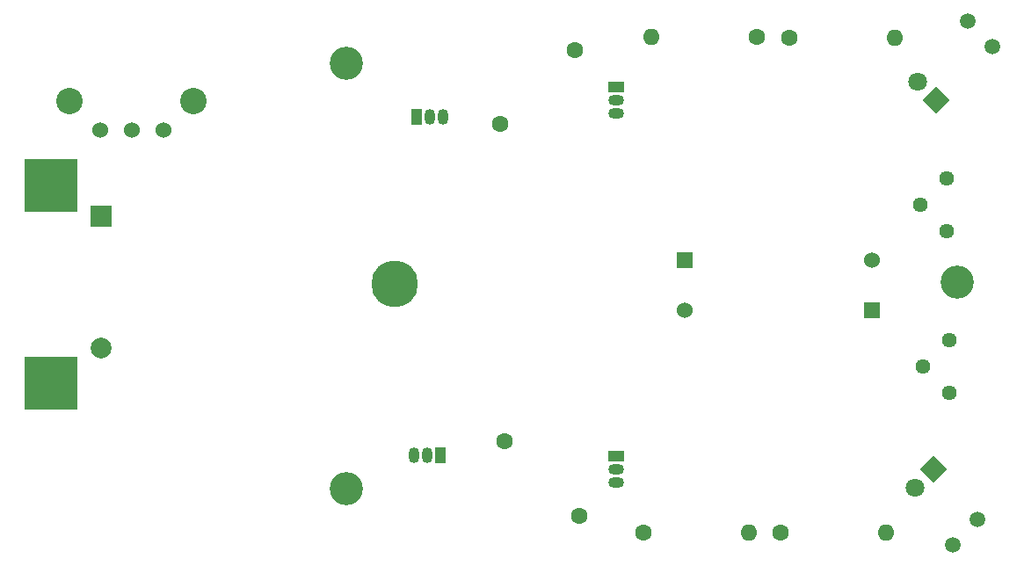
<source format=gbr>
%TF.GenerationSoftware,KiCad,Pcbnew,(6.0.2)*%
%TF.CreationDate,2022-05-16T22:42:21-04:00*%
%TF.ProjectId,Running MicroBug,52756e6e-696e-4672-904d-6963726f4275,0*%
%TF.SameCoordinates,Original*%
%TF.FileFunction,Soldermask,Top*%
%TF.FilePolarity,Negative*%
%FSLAX46Y46*%
G04 Gerber Fmt 4.6, Leading zero omitted, Abs format (unit mm)*
G04 Created by KiCad (PCBNEW (6.0.2)) date 2022-05-16 22:42:21*
%MOMM*%
%LPD*%
G01*
G04 APERTURE LIST*
G04 Aperture macros list*
%AMHorizOval*
0 Thick line with rounded ends*
0 $1 width*
0 $2 $3 position (X,Y) of the first rounded end (center of the circle)*
0 $4 $5 position (X,Y) of the second rounded end (center of the circle)*
0 Add line between two ends*
20,1,$1,$2,$3,$4,$5,0*
0 Add two circle primitives to create the rounded ends*
1,1,$1,$2,$3*
1,1,$1,$4,$5*%
%AMRotRect*
0 Rectangle, with rotation*
0 The origin of the aperture is its center*
0 $1 length*
0 $2 width*
0 $3 Rotation angle, in degrees counterclockwise*
0 Add horizontal line*
21,1,$1,$2,0,0,$3*%
G04 Aperture macros list end*
%ADD10C,2.000000*%
%ADD11R,2.000000X2.000000*%
%ADD12C,4.500000*%
%ADD13C,1.524000*%
%ADD14C,2.540000*%
%ADD15C,3.200000*%
%ADD16R,5.080000X5.080000*%
%ADD17C,1.440000*%
%ADD18C,1.800000*%
%ADD19RotRect,1.800000X1.800000X225.000000*%
%ADD20R,1.050000X1.500000*%
%ADD21O,1.050000X1.500000*%
%ADD22C,1.600000*%
%ADD23HorizOval,1.600000X0.000000X0.000000X0.000000X0.000000X0*%
%ADD24C,1.500000*%
%ADD25R,1.500000X1.050000*%
%ADD26O,1.500000X1.050000*%
%ADD27O,1.600000X1.600000*%
%ADD28R,1.524000X1.524000*%
%ADD29HorizOval,1.600000X0.000000X0.000000X0.000000X0.000000X0*%
%ADD30RotRect,1.800000X1.800000X135.000000*%
G04 APERTURE END LIST*
D10*
%TO.C,BT1*%
X126512500Y-93472000D03*
D11*
X126512500Y-80772000D03*
D12*
X154812500Y-87272000D03*
%TD*%
D13*
%TO.C,SW1*%
X132548000Y-72494000D03*
X129500000Y-72494000D03*
X126452000Y-72494000D03*
D14*
X135469000Y-69700000D03*
X123531000Y-69700000D03*
%TD*%
D15*
%TO.C,REF\u002A\u002A*%
X209000000Y-87122000D03*
%TD*%
%TO.C,REF\u002A\u002A*%
X150200000Y-107000000D03*
%TD*%
%TO.C,REF\u002A\u002A*%
X150200000Y-66000000D03*
%TD*%
D16*
%TO.C,REF\u002A\u002A*%
X121700000Y-96800000D03*
X121700000Y-77800000D03*
%TD*%
D17*
%TO.C,RV2*%
X208000000Y-77145000D03*
X205460000Y-79685000D03*
X208000000Y-82225000D03*
%TD*%
%TO.C,RV1*%
X208265000Y-92710000D03*
X205725000Y-95250000D03*
X208265000Y-97790000D03*
%TD*%
D18*
%TO.C,D1*%
X204959949Y-106952051D03*
D19*
X206756000Y-105156000D03*
%TD*%
D20*
%TO.C,T3*%
X156972000Y-71226000D03*
D21*
X158242000Y-71226000D03*
X159512000Y-71226000D03*
%TD*%
D22*
%TO.C,R5*%
X165000000Y-71900000D03*
D23*
X172184205Y-64715795D03*
%TD*%
D24*
%TO.C,LDR1*%
X211000000Y-110000000D03*
X208595837Y-112404163D03*
%TD*%
D20*
%TO.C,T1*%
X159258000Y-103780000D03*
D21*
X157988000Y-103780000D03*
X156718000Y-103780000D03*
%TD*%
D24*
%TO.C,LDR2*%
X212404163Y-64404163D03*
X210000000Y-62000000D03*
%TD*%
D25*
%TO.C,T2*%
X176170000Y-103886000D03*
D26*
X176170000Y-105156000D03*
X176170000Y-106426000D03*
%TD*%
D22*
%TO.C,R3*%
X192024000Y-111252000D03*
D27*
X202184000Y-111252000D03*
%TD*%
D13*
%TO.C,M2*%
X182770000Y-89822000D03*
D28*
X200770000Y-89822000D03*
%TD*%
D27*
%TO.C,R6*%
X202980000Y-63600000D03*
D22*
X192820000Y-63600000D03*
%TD*%
%TO.C,R2*%
X165407898Y-102407898D03*
D29*
X172592103Y-109592103D03*
%TD*%
D26*
%TO.C,T4*%
X176170000Y-70866000D03*
X176170000Y-69596000D03*
D25*
X176170000Y-68326000D03*
%TD*%
D30*
%TO.C,D2*%
X207010000Y-69596000D03*
D18*
X205213949Y-67799949D03*
%TD*%
D22*
%TO.C,R4*%
X189738000Y-63500000D03*
D27*
X179578000Y-63500000D03*
%TD*%
D28*
%TO.C,M1*%
X182770000Y-85003000D03*
D13*
X200770000Y-85003000D03*
%TD*%
D22*
%TO.C,R1*%
X178816000Y-111252000D03*
D27*
X188976000Y-111252000D03*
%TD*%
M02*

</source>
